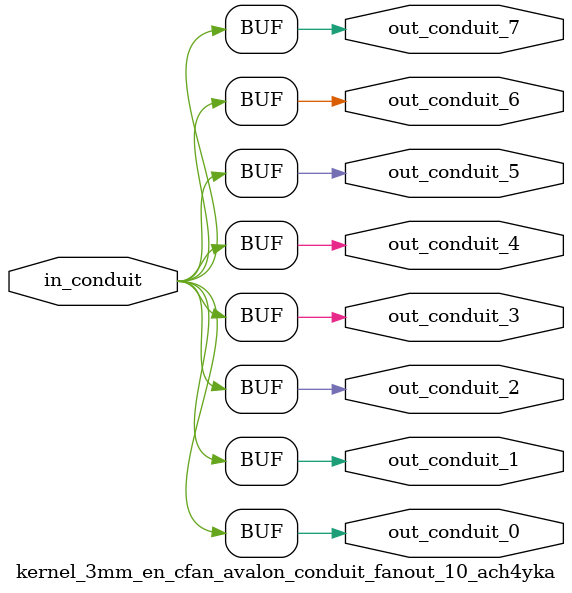
<source format=sv>


 


// --------------------------------------------------------------------------------
//| Avalon Conduit Fan-Out
// --------------------------------------------------------------------------------

// ------------------------------------------
// Generation parameters:
//   output_name:       kernel_3mm_en_cfan_avalon_conduit_fanout_10_ach4yka
//   numFanOut:         8
//   
// ------------------------------------------

module kernel_3mm_en_cfan_avalon_conduit_fanout_10_ach4yka (     

// Interface: out_conduit_0
 output                    out_conduit_0,
// Interface: out_conduit_1
 output                    out_conduit_1,
// Interface: out_conduit_2
 output                    out_conduit_2,
// Interface: out_conduit_3
 output                    out_conduit_3,
// Interface: out_conduit_4
 output                    out_conduit_4,
// Interface: out_conduit_5
 output                    out_conduit_5,
// Interface: out_conduit_6
 output                    out_conduit_6,
// Interface: out_conduit_7
 output                    out_conduit_7,

// Interface: in_conduit
 input                   in_conduit

);

   assign  out_conduit_0 = in_conduit;
   assign  out_conduit_1 = in_conduit;
   assign  out_conduit_2 = in_conduit;
   assign  out_conduit_3 = in_conduit;
   assign  out_conduit_4 = in_conduit;
   assign  out_conduit_5 = in_conduit;
   assign  out_conduit_6 = in_conduit;
   assign  out_conduit_7 = in_conduit;

endmodule //


</source>
